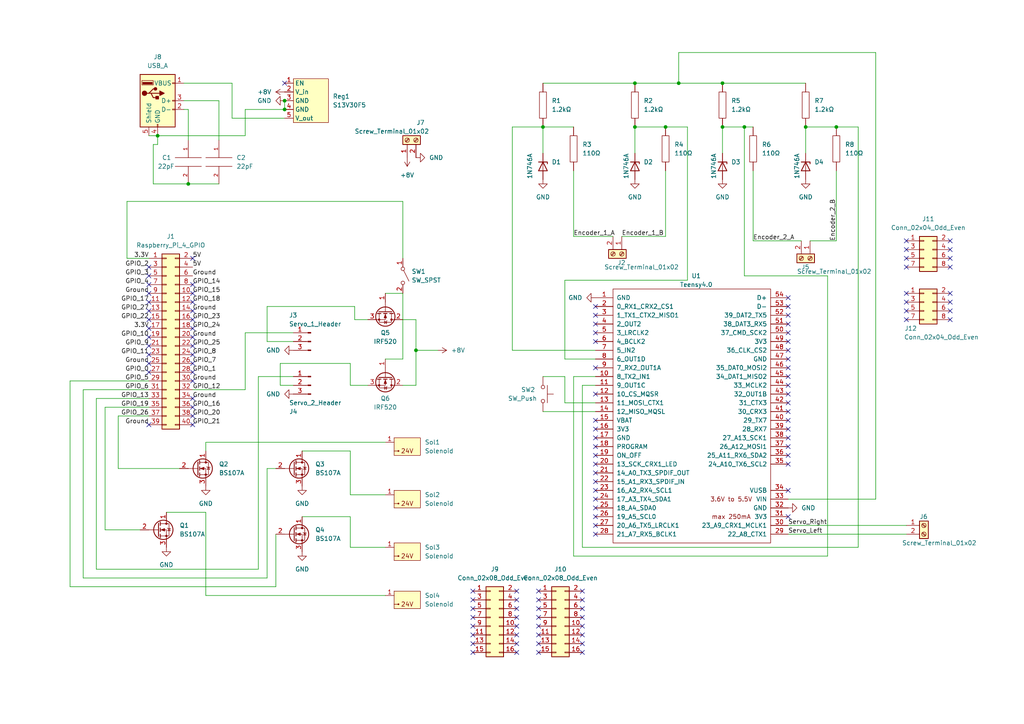
<source format=kicad_sch>
(kicad_sch (version 20211123) (generator eeschema)
  (paper "A4")
  (lib_symbols
    (symbol "Connector:Conn_01x03_Male" (pin_names (offset 1.016) hide)
      (property "Reference" "J" (at 0 5.08 0))
      (property "Value" "Conn_01x03_Male" (at 0 -5.08 0))
      (symbol "Conn_01x03_Male_1_1"
        (pin passive line (at 5.08 2.54 180) (length 3.81) (name "Pin_1") (number "1"))
        (pin passive line (at 5.08 0 180) (length 3.81) (name "Pin_2") (number "2"))
        (pin passive line (at 5.08 -2.54 180) (length 3.81) (name "Pin_3") (number "3"))
      )
    )
    (symbol "Connector:Screw_Terminal_01x02" (pin_names (offset 1.016) hide)
      (property "Reference" "J" (at 0 2.54 0))
      (property "Value" "Screw_Terminal_01x02" (at 0 -5.08 0))
      (symbol "Screw_Terminal_01x02_1_1"
        (pin passive line (at -5.08 0 0) (length 3.81) (name "Pin_1") (number "1"))
        (pin passive line (at -5.08 -2.54 0) (length 3.81) (name "Pin_2") (number "2"))
      )
    )
    (symbol "Connector:USB_A" (pin_names (offset 1.016))
      (property "Reference" "J" (at -5.08 11.43 0))
      (property "Value" "USB_A" (at -5.08 8.89 0))
      (symbol "USB_A_1_1"
        (pin power_in line (at 7.62 5.08 180) (length 2.54) (name "VBUS") (number "1"))
        (pin bidirectional line (at 7.62 -2.54 180) (length 2.54) (name "D-") (number "2"))
        (pin bidirectional line (at 7.62 0 180) (length 2.54) (name "D+") (number "3"))
        (pin power_in line (at 0 -10.16 90) (length 2.54) (name "GND") (number "4"))
        (pin passive line (at -2.54 -10.16 90) (length 2.54) (name "Shield") (number "5"))
      )
    )
    (symbol "Connector_Generic:Conn_02x04_Odd_Even" (pin_names (offset 1.016) hide)
      (property "Reference" "J" (at 1.27 5.08 0))
      (property "Value" "Conn_02x04_Odd_Even" (at 1.27 -7.62 0))
      (symbol "Conn_02x04_Odd_Even_1_1"
        (pin passive line (at -5.08 2.54 0) (length 3.81) (name "Pin_1") (number "1"))
        (pin passive line (at 7.62 2.54 180) (length 3.81) (name "Pin_2") (number "2"))
        (pin passive line (at -5.08 0 0) (length 3.81) (name "Pin_3") (number "3"))
        (pin passive line (at 7.62 0 180) (length 3.81) (name "Pin_4") (number "4"))
        (pin passive line (at -5.08 -2.54 0) (length 3.81) (name "Pin_5") (number "5"))
        (pin passive line (at 7.62 -2.54 180) (length 3.81) (name "Pin_6") (number "6"))
        (pin passive line (at -5.08 -5.08 0) (length 3.81) (name "Pin_7") (number "7"))
        (pin passive line (at 7.62 -5.08 180) (length 3.81) (name "Pin_8") (number "8"))
      )
    )
    (symbol "Connector_Generic:Conn_02x08_Odd_Even" (pin_names (offset 1.016) hide)
      (property "Reference" "J" (at 1.27 10.16 0))
      (property "Value" "Conn_02x08_Odd_Even" (at 1.27 -12.7 0))
      (symbol "Conn_02x08_Odd_Even_1_1"
        (pin passive line (at -5.08 7.62 0) (length 3.81) (name "Pin_1") (number "1"))
        (pin passive line (at 7.62 -2.54 180) (length 3.81) (name "Pin_10") (number "10"))
        (pin passive line (at -5.08 -5.08 0) (length 3.81) (name "Pin_11") (number "11"))
        (pin passive line (at 7.62 -5.08 180) (length 3.81) (name "Pin_12") (number "12"))
        (pin passive line (at -5.08 -7.62 0) (length 3.81) (name "Pin_13") (number "13"))
        (pin passive line (at 7.62 -7.62 180) (length 3.81) (name "Pin_14") (number "14"))
        (pin passive line (at -5.08 -10.16 0) (length 3.81) (name "Pin_15") (number "15"))
        (pin passive line (at 7.62 -10.16 180) (length 3.81) (name "Pin_16") (number "16"))
        (pin passive line (at 7.62 7.62 180) (length 3.81) (name "Pin_2") (number "2"))
        (pin passive line (at -5.08 5.08 0) (length 3.81) (name "Pin_3") (number "3"))
        (pin passive line (at 7.62 5.08 180) (length 3.81) (name "Pin_4") (number "4"))
        (pin passive line (at -5.08 2.54 0) (length 3.81) (name "Pin_5") (number "5"))
        (pin passive line (at 7.62 2.54 180) (length 3.81) (name "Pin_6") (number "6"))
        (pin passive line (at -5.08 0 0) (length 3.81) (name "Pin_7") (number "7"))
        (pin passive line (at 7.62 0 180) (length 3.81) (name "Pin_8") (number "8"))
        (pin passive line (at -5.08 -2.54 0) (length 3.81) (name "Pin_9") (number "9"))
      )
    )
    (symbol "Connector_Generic:Conn_02x20_Odd_Even" (pin_names (offset 1.016) hide)
      (property "Reference" "J" (at 1.27 25.4 0))
      (property "Value" "Conn_02x20_Odd_Even" (at 1.27 -27.94 0))
      (symbol "Conn_02x20_Odd_Even_1_1"
        (pin passive line (at -5.08 22.86 0) (length 3.81) (name "Pin_1") (number "1"))
        (pin passive line (at 7.62 12.7 180) (length 3.81) (name "Pin_10") (number "10"))
        (pin passive line (at -5.08 10.16 0) (length 3.81) (name "Pin_11") (number "11"))
        (pin passive line (at 7.62 10.16 180) (length 3.81) (name "Pin_12") (number "12"))
        (pin passive line (at -5.08 7.62 0) (length 3.81) (name "Pin_13") (number "13"))
        (pin passive line (at 7.62 7.62 180) (length 3.81) (name "Pin_14") (number "14"))
        (pin passive line (at -5.08 5.08 0) (length 3.81) (name "Pin_15") (number "15"))
        (pin passive line (at 7.62 5.08 180) (length 3.81) (name "Pin_16") (number "16"))
        (pin passive line (at -5.08 2.54 0) (length 3.81) (name "Pin_17") (number "17"))
        (pin passive line (at 7.62 2.54 180) (length 3.81) (name "Pin_18") (number "18"))
        (pin passive line (at -5.08 0 0) (length 3.81) (name "Pin_19") (number "19"))
        (pin passive line (at 7.62 22.86 180) (length 3.81) (name "Pin_2") (number "2"))
        (pin passive line (at 7.62 0 180) (length 3.81) (name "Pin_20") (number "20"))
        (pin passive line (at -5.08 -2.54 0) (length 3.81) (name "Pin_21") (number "21"))
        (pin passive line (at 7.62 -2.54 180) (length 3.81) (name "Pin_22") (number "22"))
        (pin passive line (at -5.08 -5.08 0) (length 3.81) (name "Pin_23") (number "23"))
        (pin passive line (at 7.62 -5.08 180) (length 3.81) (name "Pin_24") (number "24"))
        (pin passive line (at -5.08 -7.62 0) (length 3.81) (name "Pin_25") (number "25"))
        (pin passive line (at 7.62 -7.62 180) (length 3.81) (name "Pin_26") (number "26"))
        (pin passive line (at -5.08 -10.16 0) (length 3.81) (name "Pin_27") (number "27"))
        (pin passive line (at 7.62 -10.16 180) (length 3.81) (name "Pin_28") (number "28"))
        (pin passive line (at -5.08 -12.7 0) (length 3.81) (name "Pin_29") (number "29"))
        (pin passive line (at -5.08 20.32 0) (length 3.81) (name "Pin_3") (number "3"))
        (pin passive line (at 7.62 -12.7 180) (length 3.81) (name "Pin_30") (number "30"))
        (pin passive line (at -5.08 -15.24 0) (length 3.81) (name "Pin_31") (number "31"))
        (pin passive line (at 7.62 -15.24 180) (length 3.81) (name "Pin_32") (number "32"))
        (pin passive line (at -5.08 -17.78 0) (length 3.81) (name "Pin_33") (number "33"))
        (pin passive line (at 7.62 -17.78 180) (length 3.81) (name "Pin_34") (number "34"))
        (pin passive line (at -5.08 -20.32 0) (length 3.81) (name "Pin_35") (number "35"))
        (pin passive line (at 7.62 -20.32 180) (length 3.81) (name "Pin_36") (number "36"))
        (pin passive line (at -5.08 -22.86 0) (length 3.81) (name "Pin_37") (number "37"))
        (pin passive line (at 7.62 -22.86 180) (length 3.81) (name "Pin_38") (number "38"))
        (pin passive line (at -5.08 -25.4 0) (length 3.81) (name "Pin_39") (number "39"))
        (pin passive line (at 7.62 20.32 180) (length 3.81) (name "Pin_4") (number "4"))
        (pin passive line (at 7.62 -25.4 180) (length 3.81) (name "Pin_40") (number "40"))
        (pin passive line (at -5.08 17.78 0) (length 3.81) (name "Pin_5") (number "5"))
        (pin passive line (at 7.62 17.78 180) (length 3.81) (name "Pin_6") (number "6"))
        (pin passive line (at -5.08 15.24 0) (length 3.81) (name "Pin_7") (number "7"))
        (pin passive line (at 7.62 15.24 180) (length 3.81) (name "Pin_8") (number "8"))
        (pin passive line (at -5.08 12.7 0) (length 3.81) (name "Pin_9") (number "9"))
      )
    )
    (symbol "Diode:BZV55C3V3" (pin_numbers hide) (pin_names (offset 1.016) hide)
      (property "Reference" "D" (at 0 2.54 0))
      (property "Value" "BZV55C3V3" (at 0 -2.54 0))
      (symbol "BZV55C3V3_1_1"
        (pin passive line (at -3.81 0 0) (length 2.54) (name "K") (number "1"))
        (pin passive line (at 3.81 0 180) (length 2.54) (name "A") (number "2"))
      )
    )
    (symbol "Solenoid_1"
      (property "Reference" "Sol" (at -1.27 -2.54 0))
      (property "Value" "Solenoid_1" (at 1.27 -5.08 0))
      (symbol "Solenoid_1_0_0"
        (text "24V" (at 1.27 -10.16 0) (effects (font (size 1.27 1.27))))
      )
      (symbol "Solenoid_1_1_1"
        (pin power_in line (at -5.08 -7.62 0) (length 2.54) (name "") (number "1"))
      )
    )
    (symbol "Solenoid_2"
      (property "Reference" "Sol" (at -1.27 -2.54 0))
      (property "Value" "Solenoid_2" (at 1.27 -5.08 0))
      (symbol "Solenoid_2_0_0"
        (text "24V" (at 1.27 -10.16 0) (effects (font (size 1.27 1.27))))
      )
      (symbol "Solenoid_2_1_1"
        (pin power_in line (at -5.08 -7.62 0) (length 2.54) (name "") (number "1"))
      )
    )
    (symbol "Solenoid_3"
      (property "Reference" "Sol" (at -1.27 -2.54 0))
      (property "Value" "Solenoid_3" (at 1.27 -5.08 0))
      (symbol "Solenoid_3_0_0"
        (text "24V" (at 1.27 -10.16 0) (effects (font (size 1.27 1.27))))
      )
      (symbol "Solenoid_3_1_1"
        (pin power_in line (at -5.08 -7.62 0) (length 2.54) (name "") (number "1"))
      )
    )
    (symbol "Switch:SW_Push" (pin_numbers hide) (pin_names (offset 1.016) hide)
      (property "Reference" "SW" (at 1.27 2.54 0))
      (property "Value" "SW_Push" (at 0 -1.524 0))
      (symbol "SW_Push_0_1"
        (pin passive line (at -5.08 0 0) (length 2.54) (name "1") (number "1"))
        (pin passive line (at 5.08 0 180) (length 2.54) (name "2") (number "2"))
      )
    )
    (symbol "Switch:SW_SPST" (pin_names (offset 0) hide)
      (property "Reference" "SW" (at 0 3.175 0))
      (property "Value" "SW_SPST" (at 0 -2.54 0))
      (symbol "SW_SPST_1_1"
        (pin passive line (at -5.08 0 0) (length 2.54) (name "A") (number "1"))
        (pin passive line (at 5.08 0 180) (length 2.54) (name "B") (number "2"))
      )
    )
    (symbol "Transistor_FET:BS107" (pin_names hide)
      (property "Reference" "Q" (at 5.08 1.905 0))
      (property "Value" "BS107" (at 5.08 0 0))
      (symbol "BS107_1_1"
        (pin passive line (at 2.54 5.08 270) (length 2.54) (name "D") (number "1"))
        (pin input line (at -5.08 0 0) (length 2.54) (name "G") (number "2"))
        (pin passive line (at 2.54 -5.08 90) (length 2.54) (name "S") (number "3"))
      )
    )
    (symbol "mine:+8V6" (power) (pin_names (offset 0))
      (property "Value" "+8V6" (at 0 3.556 0))
      (symbol "+8V6_1_1"
        (pin power_in line (at 0 0 90) (length 0) hide (name "+8V") (number "1"))
      )
    )
    (symbol "power:GND" (power) (pin_names (offset 0))
      (property "Value" "GND" (at 0 -3.81 0))
      (symbol "GND_1_1"
        (pin power_in line (at 0 0 270) (length 0) hide (name "GND") (number "1"))
      )
    )
    (symbol "pspice:CAP" (pin_names (offset 0.254))
      (property "Reference" "C" (at 2.54 3.81 90))
      (property "Value" "CAP" (at 2.54 -3.81 90))
      (symbol "CAP_1_1"
        (pin passive line (at 0 6.35 270) (length 5.08) (name "~") (number "1"))
        (pin passive line (at 0 -6.35 90) (length 5.08) (name "~") (number "2"))
      )
    )
    (symbol "pspice:R" (pin_numbers hide) (pin_names (offset 0))
      (property "Reference" "R" (at 2.032 0 90))
      (property "Value" "R" (at 0 0 90))
      (symbol "R_1_1"
        (pin passive line (at 0 6.35 270) (length 2.54) (name "~") (number "1"))
        (pin passive line (at 0 -6.35 90) (length 2.54) (name "~") (number "2"))
      )
    )
    (symbol "teensy:Teensy4.0" (pin_names (offset 1.016))
      (property "Reference" "U" (at 0 39.37 0))
      (property "Value" "Teensy4.0" (at 0 -39.37 0))
      (symbol "Teensy4.0_0_0"
        (text "3.6V to 5.5V" (at 11.43 -24.13 0) (effects (font (size 1.27 1.27))))
        (text "max 250mA" (at 11.43 -29.21 0) (effects (font (size 1.27 1.27))))
        (pin bidirectional line (at -27.94 11.43 0) (length 5.08) (name "8_TX2_IN1") (number "10"))
        (pin bidirectional line (at -27.94 8.89 0) (length 5.08) (name "9_OUT1C") (number "11"))
        (pin bidirectional line (at -27.94 6.35 0) (length 5.08) (name "10_CS_MQSR") (number "12"))
        (pin bidirectional line (at -27.94 3.81 0) (length 5.08) (name "11_MOSI_CTX1") (number "13"))
        (pin bidirectional line (at -27.94 1.27 0) (length 5.08) (name "12_MISO_MQSL") (number "14"))
        (pin power_in line (at -27.94 -1.27 0) (length 5.08) (name "VBAT") (number "15"))
        (pin power_in line (at -27.94 -3.81 0) (length 5.08) (name "3V3") (number "16"))
        (pin power_in line (at -27.94 -6.35 0) (length 5.08) (name "GND") (number "17"))
        (pin input line (at -27.94 -8.89 0) (length 5.08) (name "PROGRAM") (number "18"))
        (pin input line (at -27.94 -11.43 0) (length 5.08) (name "ON_OFF") (number "19"))
        (pin bidirectional line (at -27.94 -13.97 0) (length 5.08) (name "13_SCK_CRX1_LED") (number "20"))
        (pin bidirectional line (at -27.94 -16.51 0) (length 5.08) (name "14_A0_TX3_SPDIF_OUT") (number "21"))
        (pin bidirectional line (at -27.94 -19.05 0) (length 5.08) (name "15_A1_RX3_SPDIF_IN") (number "22"))
        (pin bidirectional line (at -27.94 -21.59 0) (length 5.08) (name "16_A2_RX4_SCL1") (number "23"))
        (pin bidirectional line (at -27.94 -24.13 0) (length 5.08) (name "17_A3_TX4_SDA1") (number "24"))
        (pin bidirectional line (at -27.94 -26.67 0) (length 5.08) (name "18_A4_SDA0") (number "25"))
        (pin bidirectional line (at -27.94 -29.21 0) (length 5.08) (name "19_A5_SCL0") (number "26"))
        (pin bidirectional line (at -27.94 -31.75 0) (length 5.08) (name "20_A6_TX5_LRCLK1") (number "27"))
        (pin bidirectional line (at -27.94 -34.29 0) (length 5.08) (name "21_A7_RX5_BCLK1") (number "28"))
        (pin bidirectional line (at 27.94 -34.29 180) (length 5.08) (name "22_A8_CTX1") (number "29"))
        (pin bidirectional line (at 27.94 -31.75 180) (length 5.08) (name "23_A9_CRX1_MCLK1") (number "30"))
        (pin power_out line (at 27.94 -29.21 180) (length 5.08) (name "3V3") (number "31"))
        (pin power_in line (at 27.94 -26.67 180) (length 5.08) (name "GND") (number "32"))
        (pin power_in line (at 27.94 -24.13 180) (length 5.08) (name "VIN") (number "33"))
        (pin power_out line (at 27.94 -21.59 180) (length 5.08) (name "VUSB") (number "34"))
        (pin bidirectional line (at 27.94 -13.97 180) (length 5.08) (name "24_A10_TX6_SCL2") (number "35"))
        (pin bidirectional line (at 27.94 -11.43 180) (length 5.08) (name "25_A11_RX6_SDA2") (number "36"))
        (pin bidirectional line (at 27.94 -8.89 180) (length 5.08) (name "26_A12_MOSI1") (number "37"))
        (pin bidirectional line (at 27.94 -6.35 180) (length 5.08) (name "27_A13_SCK1") (number "38"))
        (pin bidirectional line (at 27.94 -3.81 180) (length 5.08) (name "28_RX7") (number "39"))
        (pin bidirectional line (at 27.94 -1.27 180) (length 5.08) (name "29_TX7") (number "40"))
        (pin bidirectional line (at 27.94 1.27 180) (length 5.08) (name "30_CRX3") (number "41"))
        (pin bidirectional line (at 27.94 3.81 180) (length 5.08) (name "31_CTX3") (number "42"))
        (pin bidirectional line (at 27.94 6.35 180) (length 5.08) (name "32_OUT1B") (number "43"))
        (pin bidirectional line (at 27.94 8.89 180) (length 5.08) (name "33_MCLK2") (number "44"))
        (pin bidirectional line (at 27.94 11.43 180) (length 5.08) (name "34_DAT1_MISO2") (number "45"))
        (pin bidirectional line (at 27.94 13.97 180) (length 5.08) (name "35_DAT0_MOSI2") (number "46"))
        (pin power_out line (at 27.94 16.51 180) (length 5.08) (name "GND") (number "47"))
        (pin bidirectional line (at 27.94 19.05 180) (length 5.08) (name "36_CLK_CS2") (number "48"))
        (pin power_out line (at 27.94 21.59 180) (length 5.08) (name "3V3") (number "49"))
        (pin bidirectional line (at -27.94 24.13 0) (length 5.08) (name "3_LRCLK2") (number "5"))
        (pin bidirectional line (at 27.94 24.13 180) (length 5.08) (name "37_CMD_SCK2") (number "50"))
        (pin bidirectional line (at 27.94 26.67 180) (length 5.08) (name "38_DAT3_RX5") (number "51"))
        (pin bidirectional line (at 27.94 29.21 180) (length 5.08) (name "39_DAT2_TX5") (number "52"))
        (pin bidirectional line (at 27.94 31.75 180) (length 5.08) (name "D-") (number "53"))
        (pin bidirectional line (at 27.94 34.29 180) (length 5.08) (name "D+") (number "54"))
        (pin bidirectional line (at -27.94 21.59 0) (length 5.08) (name "4_BCLK2") (number "6"))
        (pin bidirectional line (at -27.94 19.05 0) (length 5.08) (name "5_IN2") (number "7"))
        (pin bidirectional line (at -27.94 16.51 0) (length 5.08) (name "6_OUT1D") (number "8"))
        (pin bidirectional line (at -27.94 13.97 0) (length 5.08) (name "7_RX2_OUT1A") (number "9"))
      )
      (symbol "Teensy4.0_1_1"
        (pin power_in line (at -27.94 34.29 0) (length 5.08) (name "GND") (number "1"))
        (pin bidirectional line (at -27.94 31.75 0) (length 5.08) (name "0_RX1_CRX2_CS1") (number "2"))
        (pin bidirectional line (at -27.94 29.21 0) (length 5.08) (name "1_TX1_CTX2_MISO1") (number "3"))
        (pin bidirectional line (at -27.94 26.67 0) (length 5.08) (name "2_OUT2") (number "4"))
      )
    )
    (symbol "ze_symbols:IRF520" (pin_names hide)
      (property "Reference" "Q?" (at 6.35 1.2701 0))
      (property "Value" "IRF520" (at 6.35 -1.2699 0))
      (symbol "IRF520_1_1"
        (pin input line (at -5.08 0 0) (length 2.54) (name "G") (number "1"))
        (pin passive line (at 2.54 5.08 270) (length 2.54) (name "D") (number "2"))
        (pin passive line (at 2.54 -5.08 90) (length 2.54) (name "S") (number "3"))
      )
    )
    (symbol "ze_symbols:S13V30F5"
      (property "Reference" "Reg" (at -3.81 -2.54 0))
      (property "Value" "S13V30F5" (at -1.27 -5.08 0))
      (symbol "S13V30F5_1_1"
        (pin input line (at -7.62 -7.62 0) (length 2.54) (name "EN") (number "1"))
        (pin power_in line (at -7.62 -10.16 0) (length 2.54) (name "V_in") (number "2"))
        (pin power_in line (at -7.62 -12.7 0) (length 2.54) (name "GND") (number "3"))
        (pin power_out line (at -7.62 -15.24 0) (length 2.54) (name "GND") (number "4"))
        (pin power_out line (at -7.62 -17.78 0) (length 2.54) (name "V_out") (number "5"))
      )
    )
    (symbol "ze_symbols:Solenoid"
      (property "Reference" "Sol" (at -1.27 -2.54 0))
      (property "Value" "Solenoid" (at 1.27 -5.08 0))
      (symbol "Solenoid_0_0"
        (text "24V" (at 1.27 -10.16 0) (effects (font (size 1.27 1.27))))
      )
      (symbol "Solenoid_1_1"
        (pin power_in line (at -5.08 -7.62 0) (length 2.54) (name "") (number "1"))
      )
    )
  )
  (junction (at 193.04 36.83))
  (junction (at 184.15 36.83))
  (junction (at 209.55 36.83))
  (junction (at 45.72 39.37))
  (junction (at 184.15 24.13))
  (junction (at 54.61 53.34))
  (junction (at 242.57 36.83))
  (junction (at 209.55 24.13))
  (junction (at 157.48 36.83))
  (junction (at 215.9 36.83))
  (junction (at 233.68 36.83))
  (junction (at 120.65 101.6))
  (junction (at 196.85 24.13))
  (junction (at 82.55 29.21))
  (junction (at 82.55 31.75))
  (no_connect (at 43.18 85.09))
  (no_connect (at 43.18 77.47))
  (no_connect (at 43.18 80.01))
  (no_connect (at 43.18 82.55))
  (no_connect (at 55.88 85.09))
  (no_connect (at 55.88 82.55))
  (no_connect (at 55.88 74.93))
  (no_connect (at 55.88 110.49))
  (no_connect (at 55.88 107.95))
  (no_connect (at 55.88 105.41))
  (no_connect (at 55.88 102.87))
  (no_connect (at 55.88 123.19))
  (no_connect (at 55.88 120.65))
  (no_connect (at 55.88 118.11))
  (no_connect (at 55.88 115.57))
  (no_connect (at 43.18 123.19))
  (no_connect (at 55.88 97.79))
  (no_connect (at 55.88 100.33))
  (no_connect (at 43.18 107.95))
  (no_connect (at 43.18 97.79))
  (no_connect (at 43.18 100.33))
  (no_connect (at 43.18 102.87))
  (no_connect (at 43.18 105.41))
  (no_connect (at 55.88 95.25))
  (no_connect (at 55.88 92.71))
  (no_connect (at 55.88 90.17))
  (no_connect (at 55.88 87.63))
  (no_connect (at 43.18 95.25))
  (no_connect (at 43.18 92.71))
  (no_connect (at 43.18 87.63))
  (no_connect (at 43.18 90.17))
  (no_connect (at 228.6 86.36))
  (no_connect (at 228.6 99.06))
  (no_connect (at 228.6 88.9))
  (no_connect (at 228.6 109.22))
  (no_connect (at 228.6 104.14))
  (no_connect (at 228.6 106.68))
  (no_connect (at 172.72 134.62))
  (no_connect (at 172.72 132.08))
  (no_connect (at 172.72 129.54))
  (no_connect (at 228.6 114.3))
  (no_connect (at 228.6 124.46))
  (no_connect (at 228.6 119.38))
  (no_connect (at 228.6 129.54))
  (no_connect (at 228.6 127))
  (no_connect (at 228.6 121.92))
  (no_connect (at 228.6 116.84))
  (no_connect (at 228.6 134.62))
  (no_connect (at 228.6 132.08))
  (no_connect (at 172.72 154.94))
  (no_connect (at 172.72 149.86))
  (no_connect (at 172.72 147.32))
  (no_connect (at 172.72 152.4))
  (no_connect (at 228.6 111.76))
  (no_connect (at 172.72 144.78))
  (no_connect (at 172.72 137.16))
  (no_connect (at 262.89 77.47))
  (no_connect (at 262.89 85.09))
  (no_connect (at 262.89 87.63))
  (no_connect (at 262.89 69.85))
  (no_connect (at 262.89 72.39))
  (no_connect (at 262.89 74.93))
  (no_connect (at 82.55 24.13))
  (no_connect (at 137.16 173.99))
  (no_connect (at 156.21 171.45))
  (no_connect (at 156.21 173.99))
  (no_connect (at 156.21 176.53))
  (no_connect (at 156.21 179.07))
  (no_connect (at 137.16 179.07))
  (no_connect (at 137.16 181.61))
  (no_connect (at 137.16 184.15))
  (no_connect (at 137.16 186.69))
  (no_connect (at 137.16 189.23))
  (no_connect (at 137.16 171.45))
  (no_connect (at 137.16 176.53))
  (no_connect (at 149.86 189.23))
  (no_connect (at 149.86 186.69))
  (no_connect (at 149.86 176.53))
  (no_connect (at 149.86 173.99))
  (no_connect (at 149.86 171.45))
  (no_connect (at 149.86 184.15))
  (no_connect (at 149.86 181.61))
  (no_connect (at 149.86 179.07))
  (no_connect (at 156.21 181.61))
  (no_connect (at 156.21 184.15))
  (no_connect (at 156.21 186.69))
  (no_connect (at 156.21 189.23))
  (no_connect (at 168.91 189.23))
  (no_connect (at 168.91 173.99))
  (no_connect (at 168.91 171.45))
  (no_connect (at 168.91 186.69))
  (no_connect (at 168.91 184.15))
  (no_connect (at 168.91 181.61))
  (no_connect (at 168.91 179.07))
  (no_connect (at 168.91 176.53))
  (no_connect (at 275.59 77.47))
  (no_connect (at 275.59 74.93))
  (no_connect (at 275.59 72.39))
  (no_connect (at 275.59 69.85))
  (no_connect (at 262.89 90.17))
  (no_connect (at 262.89 92.71))
  (no_connect (at 275.59 92.71))
  (no_connect (at 275.59 90.17))
  (no_connect (at 275.59 87.63))
  (no_connect (at 275.59 85.09))
  (no_connect (at 228.6 142.24))
  (no_connect (at 228.6 149.86))
  (no_connect (at 172.72 127))
  (no_connect (at 172.72 121.92))
  (no_connect (at 172.72 124.46))
  (no_connect (at 228.6 91.44))
  (no_connect (at 228.6 93.98))
  (no_connect (at 228.6 96.52))
  (no_connect (at 228.6 101.6))
  (no_connect (at 172.72 91.44))
  (no_connect (at 172.72 93.98))
  (no_connect (at 172.72 96.52))
  (no_connect (at 172.72 99.06))
  (no_connect (at 172.72 106.68))
  (no_connect (at 172.72 88.9))
  (no_connect (at 172.72 114.3))
  (no_connect (at 172.72 142.24))
  (no_connect (at 172.72 139.7))
  (wire (pts (xy 43.18 110.49) (xy 20.32 110.49)))
  (wire (pts (xy 20.32 170.18) (xy 20.32 110.49)))
  (wire (pts (xy 85.09 111.76) (xy 81.28 111.76)))
  (wire (pts (xy 45.72 39.37) (xy 71.12 39.37)))
  (wire (pts (xy 196.85 24.13) (xy 209.55 24.13)))
  (wire (pts (xy 74.93 109.22) (xy 85.09 109.22)))
  (wire (pts (xy 148.59 101.6) (xy 172.72 101.6)))
  (wire (pts (xy 111.76 104.14) (xy 116.84 104.14)))
  (wire (pts (xy 71.12 39.37) (xy 71.12 31.75)))
  (wire (pts (xy 120.65 111.76) (xy 120.65 101.6)))
  (wire (pts (xy 234.95 69.85) (xy 242.57 69.85)))
  (wire (pts (xy 148.59 36.83) (xy 148.59 101.6)))
  (wire (pts (xy 71.12 113.03) (xy 71.12 96.52)))
  (wire (pts (xy 82.55 29.21) (xy 82.55 31.75)))
  (wire (pts (xy 215.9 80.01) (xy 240.03 80.01)))
  (wire (pts (xy 163.83 116.84) (xy 172.72 116.84)))
  (wire (pts (xy 177.8 68.58) (xy 166.37 68.58)))
  (wire (pts (xy 59.69 172.72) (xy 111.76 172.72)))
  (wire (pts (xy 116.84 85.09) (xy 111.76 85.09)))
  (wire (pts (xy 45.72 41.91) (xy 45.72 39.37)))
  (wire (pts (xy 44.45 53.34) (xy 44.45 41.91)))
  (wire (pts (xy 77.47 167.64) (xy 77.47 135.89)))
  (wire (pts (xy 196.85 15.24) (xy 254 15.24)))
  (wire (pts (xy 228.6 152.4) (xy 262.89 152.4)))
  (wire (pts (xy 120.65 101.6) (xy 120.65 92.71)))
  (wire (pts (xy 30.48 118.11) (xy 30.48 153.67)))
  (wire (pts (xy 101.6 158.75) (xy 111.76 158.75)))
  (wire (pts (xy 82.55 34.29) (xy 67.31 34.29)))
  (wire (pts (xy 116.84 85.09) (xy 116.84 104.14)))
  (wire (pts (xy 44.45 53.34) (xy 54.61 53.34)))
  (wire (pts (xy 59.69 128.27) (xy 111.76 128.27)))
  (wire (pts (xy 248.92 36.83) (xy 248.92 158.75)))
  (wire (pts (xy 168.91 158.75) (xy 248.92 158.75)))
  (wire (pts (xy 157.48 119.38) (xy 172.72 119.38)))
  (wire (pts (xy 59.69 130.81) (xy 59.69 128.27)))
  (wire (pts (xy 184.15 36.83) (xy 184.15 44.45)))
  (wire (pts (xy 240.03 80.01) (xy 240.03 161.29)))
  (wire (pts (xy 43.18 113.03) (xy 24.13 113.03)))
  (wire (pts (xy 71.12 96.52) (xy 85.09 96.52)))
  (wire (pts (xy 102.87 88.9) (xy 102.87 92.71)))
  (wire (pts (xy 36.83 74.93) (xy 36.83 58.42)))
  (wire (pts (xy 193.04 68.58) (xy 193.04 49.53)))
  (wire (pts (xy 180.34 68.58) (xy 193.04 68.58)))
  (wire (pts (xy 120.65 111.76) (xy 116.84 111.76)))
  (wire (pts (xy 242.57 36.83) (xy 248.92 36.83)))
  (wire (pts (xy 254 15.24) (xy 254 144.78)))
  (wire (pts (xy 240.03 161.29) (xy 166.37 161.29)))
  (wire (pts (xy 74.93 165.1) (xy 74.93 109.22)))
  (wire (pts (xy 43.18 118.11) (xy 30.48 118.11)))
  (wire (pts (xy 71.12 31.75) (xy 82.55 31.75)))
  (wire (pts (xy 55.88 113.03) (xy 71.12 113.03)))
  (wire (pts (xy 120.65 101.6) (xy 127 101.6)))
  (wire (pts (xy 53.34 29.21) (xy 63.5 29.21)))
  (wire (pts (xy 233.68 36.83) (xy 242.57 36.83)))
  (wire (pts (xy 209.55 36.83) (xy 209.55 44.45)))
  (wire (pts (xy 53.34 31.75) (xy 54.61 31.75)))
  (wire (pts (xy 24.13 167.64) (xy 77.47 167.64)))
  (wire (pts (xy 101.6 105.41) (xy 101.6 111.76)))
  (wire (pts (xy 172.72 104.14) (xy 163.83 104.14)))
  (wire (pts (xy 199.39 81.28) (xy 199.39 36.83)))
  (wire (pts (xy 54.61 31.75) (xy 54.61 40.64)))
  (wire (pts (xy 27.94 165.1) (xy 74.93 165.1)))
  (wire (pts (xy 101.6 143.51) (xy 111.76 143.51)))
  (wire (pts (xy 166.37 68.58) (xy 166.37 49.53)))
  (wire (pts (xy 163.83 109.22) (xy 163.83 116.84)))
  (wire (pts (xy 101.6 111.76) (xy 106.68 111.76)))
  (wire (pts (xy 59.69 148.59) (xy 59.69 172.72)))
  (wire (pts (xy 116.84 58.42) (xy 116.84 74.93)))
  (wire (pts (xy 36.83 58.42) (xy 116.84 58.42)))
  (wire (pts (xy 215.9 80.01) (xy 215.9 36.83)))
  (wire (pts (xy 20.32 170.18) (xy 80.01 170.18)))
  (wire (pts (xy 157.48 36.83) (xy 166.37 36.83)))
  (wire (pts (xy 157.48 36.83) (xy 157.48 44.45)))
  (wire (pts (xy 43.18 120.65) (xy 34.29 120.65)))
  (wire (pts (xy 232.41 69.85) (xy 218.44 69.85)))
  (wire (pts (xy 184.15 24.13) (xy 196.85 24.13)))
  (wire (pts (xy 233.68 24.13) (xy 209.55 24.13)))
  (wire (pts (xy 44.45 41.91) (xy 45.72 41.91)))
  (wire (pts (xy 77.47 135.89) (xy 80.01 135.89)))
  (wire (pts (xy 43.18 74.93) (xy 36.83 74.93)))
  (wire (pts (xy 87.63 130.81) (xy 101.6 130.81)))
  (wire (pts (xy 166.37 161.29) (xy 166.37 109.22)))
  (wire (pts (xy 24.13 113.03) (xy 24.13 167.64)))
  (wire (pts (xy 228.6 154.94) (xy 262.89 154.94)))
  (wire (pts (xy 166.37 109.22) (xy 172.72 109.22)))
  (wire (pts (xy 233.68 36.83) (xy 233.68 44.45)))
  (wire (pts (xy 196.85 15.24) (xy 196.85 24.13)))
  (wire (pts (xy 199.39 36.83) (xy 193.04 36.83)))
  (wire (pts (xy 54.61 53.34) (xy 63.5 53.34)))
  (wire (pts (xy 30.48 153.67) (xy 40.64 153.67)))
  (wire (pts (xy 209.55 36.83) (xy 215.9 36.83)))
  (wire (pts (xy 48.26 148.59) (xy 59.69 148.59)))
  (wire (pts (xy 228.6 144.78) (xy 254 144.78)))
  (wire (pts (xy 81.28 111.76) (xy 81.28 105.41)))
  (wire (pts (xy 80.01 170.18) (xy 80.01 154.94)))
  (wire (pts (xy 163.83 104.14) (xy 163.83 81.28)))
  (wire (pts (xy 85.09 99.06) (xy 77.47 99.06)))
  (wire (pts (xy 157.48 109.22) (xy 163.83 109.22)))
  (wire (pts (xy 43.18 115.57) (xy 27.94 115.57)))
  (wire (pts (xy 215.9 36.83) (xy 218.44 36.83)))
  (wire (pts (xy 157.48 36.83) (xy 148.59 36.83)))
  (wire (pts (xy 27.94 115.57) (xy 27.94 165.1)))
  (wire (pts (xy 34.29 120.65) (xy 34.29 135.89)))
  (wire (pts (xy 67.31 34.29) (xy 67.31 24.13)))
  (wire (pts (xy 81.28 105.41) (xy 101.6 105.41)))
  (wire (pts (xy 87.63 149.86) (xy 101.6 149.86)))
  (wire (pts (xy 157.48 24.13) (xy 184.15 24.13)))
  (wire (pts (xy 77.47 99.06) (xy 77.47 88.9)))
  (wire (pts (xy 67.31 24.13) (xy 53.34 24.13)))
  (wire (pts (xy 168.91 111.76) (xy 168.91 158.75)))
  (wire (pts (xy 172.72 111.76) (xy 168.91 111.76)))
  (wire (pts (xy 63.5 29.21) (xy 63.5 40.64)))
  (wire (pts (xy 101.6 149.86) (xy 101.6 158.75)))
  (wire (pts (xy 120.65 92.71) (xy 116.84 92.71)))
  (wire (pts (xy 218.44 69.85) (xy 218.44 49.53)))
  (wire (pts (xy 77.47 88.9) (xy 102.87 88.9)))
  (wire (pts (xy 43.18 39.37) (xy 45.72 39.37)))
  (wire (pts (xy 242.57 69.85) (xy 242.57 49.53)))
  (wire (pts (xy 184.15 36.83) (xy 193.04 36.83)))
  (wire (pts (xy 102.87 92.71) (xy 106.68 92.71)))
  (wire (pts (xy 101.6 130.81) (xy 101.6 143.51)))
  (wire (pts (xy 34.29 135.89) (xy 52.07 135.89)))
  (wire (pts (xy 163.83 81.28) (xy 199.39 81.28)))
  (label "GPIO_4" (at 43.18 82.55 180))
  (label "GPIO_7" (at 55.88 105.41 0))
  (label "GPIO_24" (at 55.88 95.25 0))
  (label "GPIO_3" (at 43.18 80.01 180))
  (label "Ground" (at 55.88 97.79 0))
  (label "Encoder_2_A" (at 218.44 69.85 0))
  (label "GPIO_5" (at 43.18 110.49 180))
  (label "5V" (at 55.88 74.93 0))
  (label "GPIO_21" (at 55.88 123.19 0))
  (label "3.3V" (at 43.18 74.93 180))
  (label "GPIO_1" (at 55.88 107.95 0))
  (label "Ground" (at 55.88 115.57 0))
  (label "GPIO_8" (at 55.88 102.87 0))
  (label "Encoder_1_B" (at 180.34 68.58 0))
  (label "GPIO_22" (at 43.18 92.71 180))
  (label "Ground" (at 43.18 85.09 180))
  (label "GPIO_15" (at 55.88 85.09 0))
  (label "GPIO_13" (at 43.18 115.57 180))
  (label "GPIO_23" (at 55.88 92.71 0))
  (label "GPIO_18" (at 55.88 87.63 0))
  (label "GPIO_9" (at 43.18 100.33 180))
  (label "3.3V" (at 43.18 95.25 180))
  (label "GPIO_14" (at 55.88 82.55 0))
  (label "GPIO_11" (at 43.18 102.87 180))
  (label "Ground" (at 55.88 90.17 0))
  (label "Ground" (at 43.18 105.41 180))
  (label "Ground" (at 55.88 80.01 0))
  (label "GPIO_25" (at 55.88 100.33 0))
  (label "Ground" (at 55.88 110.49 0))
  (label "GPIO_2" (at 43.18 77.47 180))
  (label "GPIO_27" (at 43.18 90.17 180))
  (label "5V" (at 55.88 77.47 0))
  (label "GPIO_17" (at 43.18 87.63 180))
  (label "GPIO_20" (at 55.88 120.65 0))
  (label "Encoder_1_A" (at 166.37 68.58 0))
  (label "Servo_Left" (at 228.6 154.94 0))
  (label "GPIO_26" (at 43.18 120.65 180))
  (label "Servo_Right" (at 228.6 152.4 0))
  (label "Encoder_2_B" (at 242.57 69.85 90))
  (label "GPIO_19" (at 43.18 118.11 180))
  (label "GPIO_0" (at 43.18 107.95 180))
  (label "GPIO_6" (at 43.18 113.03 180))
  (label "GPIO_12" (at 55.88 113.03 0))
  (label "Ground" (at 43.18 123.19 180))
  (label "GPIO_10" (at 43.18 97.79 180))
  (label "GPIO_16" (at 55.88 118.11 0))
  (symbol (lib_id "power:GND") (at 59.69 140.97 0) (unit 1)
    (property "Reference" "#PWR0102" (effects hide))
    (property "Value" "GND" (at 59.69 146.05 0))
  )
  (symbol (lib_id "ze_symbols:Solenoid") (at 116.84 165.1 0) (unit 1)
    (property "Reference" "Sol4" (at 123.19 172.7199 0) (effects (justify left)))
    (property "Value" "Solenoid" (at 123.19 175.2599 0) (effects (justify left)))
    (property "Footprint" "Connector_PinSocket_2.54mm:PinSocket_1x01_P2.54mm_Vertical" (effects hide))
  )
  (symbol (lib_id "pspice:CAP") (at 54.61 46.99 0) (unit 1)
    (property "Reference" "C1" (at 46.99 45.72 0) (effects (justify left)))
    (property "Value" "22pF" (at 45.72 48.26 0) (effects (justify left)))
    (property "Footprint" "Capacitor_THT:CP_Radial_Tantal_D4.5mm_P2.50mm" (effects hide))
  )
  (symbol (lib_id "pspice:CAP") (at 63.5 46.99 0) (unit 1)
    (property "Reference" "C2" (at 68.58 45.7199 0) (effects (justify left)))
    (property "Value" "22pF" (at 68.58 48.2599 0) (effects (justify left)))
    (property "Footprint" "Capacitor_THT:CP_Radial_Tantal_D4.5mm_P2.50mm" (effects hide))
  )
  (symbol (lib_id "pspice:R") (at 233.68 30.48 0) (unit 1)
    (property "Reference" "R7" (at 236.22 29.2099 0) (effects (justify left)))
    (property "Value" "1.2kΩ" (at 236.22 31.7499 0) (effects (justify left)))
    (property "Footprint" "Resistor_THT:R_Axial_DIN0204_L3.6mm_D1.6mm_P5.08mm_Horizontal" (effects hide))
  )
  (symbol (lib_id "Connector_Generic:Conn_02x04_Odd_Even") (at 267.97 72.39 0) (unit 1)
    (property "Reference" "J11" (at 269.24 63.5 0))
    (property "Value" "Conn_02x04_Odd_Even" (at 269.24 66.04 0))
    (property "Footprint" "Connector_PinHeader_2.54mm:PinHeader_2x04_P2.54mm_Vertical" (effects hide))
  )
  (symbol (lib_id "ze_symbols:IRF520") (at 111.76 109.22 270) (unit 1)
    (property "Reference" "Q6" (at 111.76 115.57 90))
    (property "Value" "IRF520" (at 111.76 118.11 90))
    (property "Footprint" "Package_TO_SOT_THT:TO-92L_HandSolder" (effects hide))
    (property "Datasheet" "http://www.onsemi.com/pub_link/Collateral/BS107-D.PDF" (effects hide))
  )
  (symbol (lib_id "Connector:USB_A") (at 45.72 29.21 0) (unit 1)
    (property "Reference" "J8" (at 45.72 16.51 0))
    (property "Value" "USB_A" (at 45.72 19.05 0))
    (property "Footprint" "Connector_USB:USB_A_Molex_105057_Vertical" (effects hide))
    (property "Datasheet" " ~" (effects hide))
  )
  (symbol (lib_id "Connector:Screw_Terminal_01x02") (at 118.11 40.64 90) (unit 1)
    (property "Reference" "J7" (at 123.19 35.56 90) (effects (justify left)))
    (property "Value" "Screw_Terminal_01x02" (at 124.46 38.1 90) (effects (justify left)))
    (property "Footprint" "TerminalBlock_4Ucon:TerminalBlock_4Ucon_1x02_P3.50mm_Vertical" (effects hide))
  )
  (symbol (lib_id "Connector:Screw_Terminal_01x02") (at 234.95 74.93 270) (unit 1)
    (property "Reference" "J5" (at 232.41 77.47 90) (effects (justify left)))
    (property "Value" "Screw_Terminal_01x02" (at 231.14 78.74 90) (effects (justify left)))
    (property "Footprint" "TerminalBlock_4Ucon:TerminalBlock_4Ucon_1x02_P3.50mm_Vertical" (effects hide))
  )
  (symbol (lib_id "pspice:R") (at 209.55 30.48 0) (unit 1)
    (property "Reference" "R5" (at 212.09 29.2099 0) (effects (justify left)))
    (property "Value" "1.2kΩ" (at 212.09 31.7499 0) (effects (justify left)))
    (property "Footprint" "Resistor_THT:R_Axial_DIN0204_L3.6mm_D1.6mm_P5.08mm_Horizontal" (effects hide))
  )
  (symbol (lib_id "Connector_Generic:Conn_02x04_Odd_Even") (at 267.97 87.63 0) (unit 1)
    (property "Reference" "J12" (at 264.16 95.25 0))
    (property "Value" "Conn_02x04_Odd_Even" (at 273.05 97.79 0))
    (property "Footprint" "Connector_PinHeader_2.54mm:PinHeader_2x04_P2.54mm_Vertical" (effects hide))
  )
  (symbol (lib_id "power:GND") (at 48.26 158.75 0) (unit 1)
    (property "Reference" "#PWR0103" (effects hide))
    (property "Value" "GND" (at 48.26 163.83 0))
  )
  (symbol (lib_id "power:GND") (at 85.09 114.3 270) (unit 1)
    (property "Reference" "#PWR04" (effects hide))
    (property "Value" "GND" (at 81.28 114.2999 90) (effects (justify right)))
  )
  (symbol (lib_id "Transistor_FET:BS107") (at 85.09 154.94 0) (unit 1)
    (property "Reference" "Q4" (at 91.44 153.6699 0) (effects (justify left)))
    (property "Value" "BS107A" (at 91.44 156.2099 0) (effects (justify left)))
    (property "Footprint" "Package_TO_SOT_THT:TO-92L_HandSolder" (effects hide))
    (property "Datasheet" "http://www.onsemi.com/pub_link/Collateral/BS107-D.PDF" (effects hide))
  )
  (symbol (lib_id "teensy:Teensy4.0") (at 200.66 120.65 0) (unit 1)
    (property "Reference" "U1" (at 201.93 80.01 0))
    (property "Value" "Teensy4.0" (at 201.93 82.55 0))
    (property "Footprint" "teensy_library-master:Teensy40" (effects hide))
  )
  (symbol (lib_id "power:GND") (at 172.72 86.36 270) (unit 1)
    (property "Reference" "#PWR0105" (effects hide))
    (property "Value" "GND" (at 168.91 86.3599 90) (effects (justify right)))
  )
  (symbol (lib_id "Transistor_FET:BS107") (at 45.72 153.67 0) (unit 1)
    (property "Reference" "Q1" (at 52.07 152.3999 0) (effects (justify left)))
    (property "Value" "BS107A" (at 52.07 154.9399 0) (effects (justify left)))
    (property "Footprint" "Package_TO_SOT_THT:TO-92L_HandSolder" (effects hide))
    (property "Datasheet" "http://www.onsemi.com/pub_link/Collateral/BS107-D.PDF" (effects hide))
  )
  (symbol (lib_id "pspice:R") (at 193.04 43.18 180) (unit 1)
    (property "Reference" "R4" (at 195.58 41.9099 0) (effects (justify right)))
    (property "Value" "110Ω" (at 195.58 44.4499 0) (effects (justify right)))
    (property "Footprint" "Resistor_THT:R_Axial_DIN0204_L3.6mm_D1.6mm_P5.08mm_Horizontal" (effects hide))
  )
  (symbol (lib_name "Solenoid_3") (lib_id "ze_symbols:Solenoid") (at 116.84 151.13 0) (unit 1)
    (property "Reference" "Sol3" (at 123.19 158.7499 0) (effects (justify left)))
    (property "Value" "Solenoid" (at 123.19 161.2899 0) (effects (justify left)))
    (property "Footprint" "Connector_PinSocket_2.54mm:PinSocket_1x01_P2.54mm_Vertical" (effects hide))
  )
  (symbol (lib_id "power:GND") (at 87.63 140.97 0) (unit 1)
    (property "Reference" "#PWR0101" (effects hide))
    (property "Value" "GND" (at 87.63 146.05 0))
  )
  (symbol (lib_id "ze_symbols:IRF520") (at 111.76 90.17 270) (unit 1)
    (property "Reference" "Q5" (at 111.76 96.52 90))
    (property "Value" "IRF520" (at 111.76 99.06 90))
    (property "Footprint" "Package_TO_SOT_THT:TO-92L_HandSolder" (effects hide))
    (property "Datasheet" "http://www.onsemi.com/pub_link/Collateral/BS107-D.PDF" (effects hide))
  )
  (symbol (lib_id "Connector_Generic:Conn_02x20_Odd_Even") (at 48.26 97.79 0) (unit 1)
    (property "Reference" "J1" (at 49.53 68.58 0))
    (property "Value" "Raspberry_Pi_4_GPIO" (at 49.53 71.12 0))
    (property "Footprint" "Connector_PinHeader_2.54mm:PinHeader_2x20_P2.54mm_Vertical" (effects hide))
  )
  (symbol (lib_id "Connector:Conn_01x03_Male") (at 90.17 111.76 0) (mirror y) (unit 1)
    (property "Reference" "J4" (at 85.09 119.38 0))
    (property "Value" "Servo_2_Header" (at 91.44 116.84 0))
    (property "Footprint" "Connector_PinHeader_2.54mm:PinHeader_1x03_P2.54mm_Vertical" (effects hide))
  )
  (symbol (lib_id "Connector:Conn_01x03_Male") (at 90.17 99.06 0) (mirror y) (unit 1)
    (property "Reference" "J3" (at 83.82 91.44 0) (effects (justify right)))
    (property "Value" "Servo_1_Header" (at 83.82 93.98 0) (effects (justify right)))
    (property "Footprint" "Connector_PinHeader_2.54mm:PinHeader_1x03_P2.54mm_Vertical" (effects hide))
  )
  (symbol (lib_name "Solenoid_2") (lib_id "ze_symbols:Solenoid") (at 116.84 135.89 0) (unit 1)
    (property "Reference" "Sol2" (at 123.19 143.5099 0) (effects (justify left)))
    (property "Value" "Solenoid" (at 123.19 146.0499 0) (effects (justify left)))
    (property "Footprint" "Connector_PinSocket_2.54mm:PinSocket_1x01_P2.54mm_Vertical" (effects hide))
  )
  (symbol (lib_id "Switch:SW_Push") (at 157.48 114.3 270) (unit 1)
    (property "Reference" "SW2" (at 151.13 113.03 90) (effects (justify left)))
    (property "Value" "SW_Push" (at 147.32 115.57 90) (effects (justify left)))
    (property "Footprint" "Button_Switch_THT:SW_PUSH_6mm_H4.3mm" (effects hide))
  )
  (symbol (lib_id "pspice:R") (at 184.15 30.48 0) (unit 1)
    (property "Reference" "R2" (at 186.69 29.2099 0) (effects (justify left)))
    (property "Value" "1.2kΩ" (at 186.69 31.7499 0) (effects (justify left)))
    (property "Footprint" "Resistor_THT:R_Axial_DIN0204_L3.6mm_D1.6mm_P5.08mm_Horizontal" (effects hide))
  )
  (symbol (lib_id "Transistor_FET:BS107") (at 57.15 135.89 0) (unit 1)
    (property "Reference" "Q2" (at 63.5 134.6199 0) (effects (justify left)))
    (property "Value" "BS107A" (at 63.5 137.1599 0) (effects (justify left)))
    (property "Footprint" "Package_TO_SOT_THT:TO-92L_HandSolder" (effects hide))
    (property "Datasheet" "http://www.onsemi.com/pub_link/Collateral/BS107-D.PDF" (effects hide))
  )
  (symbol (lib_id "mine:+8V6") (at 118.11 45.72 180) (unit 1)
    (property "Reference" "#PWR014" (effects hide))
    (property "Value" "+8V6" (at 118.11 50.8 0))
  )
  (symbol (lib_id "Transistor_FET:BS107") (at 85.09 135.89 0) (unit 1)
    (property "Reference" "Q3" (at 91.44 134.6199 0) (effects (justify left)))
    (property "Value" "BS107A" (at 91.44 137.1599 0) (effects (justify left)))
    (property "Footprint" "Package_TO_SOT_THT:TO-92L_HandSolder" (effects hide))
    (property "Datasheet" "http://www.onsemi.com/pub_link/Collateral/BS107-D.PDF" (effects hide))
  )
  (symbol (lib_id "Diode:BZV55C3V3") (at 157.48 48.26 270) (unit 1)
    (property "Reference" "D1" (at 160.02 46.9899 90) (effects (justify left)))
    (property "Value" "1N746A" (at 153.67 44.45 0) (effects (justify left)))
    (property "Footprint" "Diode_THT:D_DO-35_SOD27_P7.62mm_Horizontal" (effects hide))
    (property "Datasheet" "https://assets.nexperia.com/documents/data-sheet/BZV55_SER.pdf" (effects hide))
  )
  (symbol (lib_id "power:GND") (at 228.6 147.32 90) (unit 1)
    (property "Reference" "#PWR0106" (effects hide))
    (property "Value" "GND" (at 232.41 147.3199 90) (effects (justify right)))
  )
  (symbol (lib_id "pspice:R") (at 218.44 43.18 180) (unit 1)
    (property "Reference" "R6" (at 220.98 41.9099 0) (effects (justify right)))
    (property "Value" "110Ω" (at 220.98 44.4499 0) (effects (justify right)))
    (property "Footprint" "Resistor_THT:R_Axial_DIN0204_L3.6mm_D1.6mm_P5.08mm_Horizontal" (effects hide))
  )
  (symbol (lib_name "Solenoid_1") (lib_id "ze_symbols:Solenoid") (at 116.84 120.65 0) (unit 1)
    (property "Reference" "Sol1" (at 123.19 128.2699 0) (effects (justify left)))
    (property "Value" "Solenoid" (at 123.19 130.8099 0) (effects (justify left)))
    (property "Footprint" "Connector_PinSocket_2.54mm:PinSocket_1x01_P2.54mm_Vertical" (effects hide))
  )
  (symbol (lib_id "pspice:R") (at 242.57 43.18 180) (unit 1)
    (property "Reference" "R8" (at 245.11 41.9099 0) (effects (justify right)))
    (property "Value" "110Ω" (at 245.11 44.4499 0) (effects (justify right)))
    (property "Footprint" "Resistor_THT:R_Axial_DIN0204_L3.6mm_D1.6mm_P5.08mm_Horizontal" (effects hide))
  )
  (symbol (lib_id "Diode:BZV55C3V3") (at 209.55 48.26 270) (unit 1)
    (property "Reference" "D3" (at 212.09 46.9899 90) (effects (justify left)))
    (property "Value" "1N746A" (at 207.01 44.45 0) (effects (justify left)))
    (property "Footprint" "Diode_THT:D_DO-35_SOD27_P7.62mm_Horizontal" (effects hide))
    (property "Datasheet" "https://assets.nexperia.com/documents/data-sheet/BZV55_SER.pdf" (effects hide))
  )
  (symbol (lib_id "pspice:R") (at 166.37 43.18 180) (unit 1)
    (property "Reference" "R3" (at 168.91 41.9099 0) (effects (justify right)))
    (property "Value" "110Ω" (at 168.91 44.4499 0) (effects (justify right)))
    (property "Footprint" "Resistor_THT:R_Axial_DIN0204_L3.6mm_D1.6mm_P5.08mm_Horizontal" (effects hide))
  )
  (symbol (lib_id "power:GND") (at 82.55 29.21 270) (unit 1)
    (property "Reference" "#PWR02" (effects hide))
    (property "Value" "GND" (at 78.74 29.2099 90) (effects (justify right)))
  )
  (symbol (lib_id "Diode:BZV55C3V3") (at 184.15 48.26 270) (unit 1)
    (property "Reference" "D2" (at 186.69 46.9899 90) (effects (justify left)))
    (property "Value" "1N746A" (at 181.61 44.45 0) (effects (justify left)))
    (property "Footprint" "Diode_THT:D_DO-35_SOD27_P7.62mm_Horizontal" (effects hide))
    (property "Datasheet" "https://assets.nexperia.com/documents/data-sheet/BZV55_SER.pdf" (effects hide))
  )
  (symbol (lib_id "mine:+8V6") (at 82.55 26.67 90) (unit 1)
    (property "Reference" "#PWR01" (effects hide))
    (property "Value" "+8V6" (at 78.74 26.6699 90) (effects (justify left)))
  )
  (symbol (lib_id "power:GND") (at 209.55 52.07 0) (unit 1)
    (property "Reference" "#PWR012" (effects hide))
    (property "Value" "GND" (at 209.55 57.15 0))
  )
  (symbol (lib_id "mine:+8V6") (at 127 101.6 270) (unit 1)
    (property "Reference" "#PWR09" (effects hide))
    (property "Value" "+8V6" (at 130.81 101.5999 90) (effects (justify left)))
  )
  (symbol (lib_id "Connector_Generic:Conn_02x08_Odd_Even") (at 161.29 179.07 0) (unit 1)
    (property "Reference" "J10" (at 162.56 165.1 0))
    (property "Value" "Conn_02x08_Odd_Even" (at 162.56 167.64 0))
    (property "Footprint" "Connector_PinHeader_2.54mm:PinHeader_2x08_P2.54mm_Vertical" (effects hide))
  )
  (symbol (lib_id "power:GND") (at 85.09 101.6 270) (unit 1)
    (property "Reference" "#PWR03" (effects hide))
    (property "Value" "GND" (at 81.28 101.5999 90) (effects (justify right)))
  )
  (symbol (lib_id "Diode:BZV55C3V3") (at 233.68 48.26 270) (unit 1)
    (property "Reference" "D4" (at 236.22 46.9899 90) (effects (justify left)))
    (property "Value" "1N746A" (at 231.14 44.45 0) (effects (justify left)))
    (property "Footprint" "Diode_THT:D_DO-35_SOD27_P7.62mm_Horizontal" (effects hide))
    (property "Datasheet" "https://assets.nexperia.com/documents/data-sheet/BZV55_SER.pdf" (effects hide))
  )
  (symbol (lib_id "pspice:R") (at 157.48 30.48 0) (unit 1)
    (property "Reference" "R1" (at 160.02 29.2099 0) (effects (justify left)))
    (property "Value" "1.2kΩ" (at 160.02 31.7499 0) (effects (justify left)))
    (property "Footprint" "Resistor_THT:R_Axial_DIN0204_L3.6mm_D1.6mm_P5.08mm_Horizontal" (effects hide))
  )
  (symbol (lib_id "Connector_Generic:Conn_02x08_Odd_Even") (at 142.24 179.07 0) (unit 1)
    (property "Reference" "J9" (at 143.51 165.1 0))
    (property "Value" "Conn_02x08_Odd_Even" (at 143.51 167.64 0))
    (property "Footprint" "Connector_PinHeader_2.54mm:PinHeader_2x08_P2.54mm_Vertical" (effects hide))
  )
  (symbol (lib_id "power:GND") (at 157.48 52.07 0) (unit 1)
    (property "Reference" "#PWR010" (effects hide))
    (property "Value" "GND" (at 157.48 57.15 0))
  )
  (symbol (lib_id "Switch:SW_SPST") (at 116.84 80.01 270) (unit 1)
    (property "Reference" "SW1" (at 119.38 78.7399 90) (effects (justify left)))
    (property "Value" "SW_SPST" (at 119.38 81.2799 90) (effects (justify left)))
    (property "Footprint" "Button_Switch_THT:SW_CuK_JS202011CQN_DPDT_Straight" (effects hide))
  )
  (symbol (lib_id "Connector:Screw_Terminal_01x02") (at 180.34 73.66 270) (unit 1)
    (property "Reference" "J2" (at 179.07 76.2 90) (effects (justify left)))
    (property "Value" "Screw_Terminal_01x02" (at 175.26 77.47 90) (effects (justify left)))
    (property "Footprint" "TerminalBlock_4Ucon:TerminalBlock_4Ucon_1x02_P3.50mm_Vertical" (effects hide))
  )
  (symbol (lib_id "ze_symbols:S13V30F5") (at 90.17 16.51 0) (unit 1)
    (property "Reference" "Reg1" (at 96.52 27.9399 0) (effects (justify left)))
    (property "Value" "S13V30F5" (at 96.52 30.4799 0) (effects (justify left)))
    (property "Footprint" "Connector_PinSocket_2.54mm:PinSocket_1x05_P2.54mm_Vertical" (effects hide))
  )
  (symbol (lib_id "power:GND") (at 233.68 52.07 0) (unit 1)
    (property "Reference" "#PWR013" (effects hide))
    (property "Value" "GND" (at 233.68 57.15 0))
  )
  (symbol (lib_id "Connector:Screw_Terminal_01x02") (at 267.97 152.4 0) (unit 1)
    (property "Reference" "J6" (at 266.6999 149.86 0) (effects (justify left)))
    (property "Value" "Screw_Terminal_01x02" (at 261.62 157.48 0) (effects (justify left)))
    (property "Footprint" "TerminalBlock_4Ucon:TerminalBlock_4Ucon_1x02_P3.50mm_Vertical" (effects hide))
  )
  (symbol (lib_id "power:GND") (at 87.63 160.02 0) (unit 1)
    (property "Reference" "#PWR0104" (effects hide))
    (property "Value" "GND" (at 87.63 165.1 0))
  )
  (symbol (lib_id "power:GND") (at 120.65 45.72 90) (unit 1)
    (property "Reference" "#PWR015" (effects hide))
    (property "Value" "GND" (at 124.46 45.7199 90) (effects (justify right)))
  )
  (symbol (lib_id "power:GND") (at 184.15 52.07 0) (unit 1)
    (property "Reference" "#PWR011" (effects hide))
    (property "Value" "GND" (at 184.15 57.15 0))
  )
)
</source>
